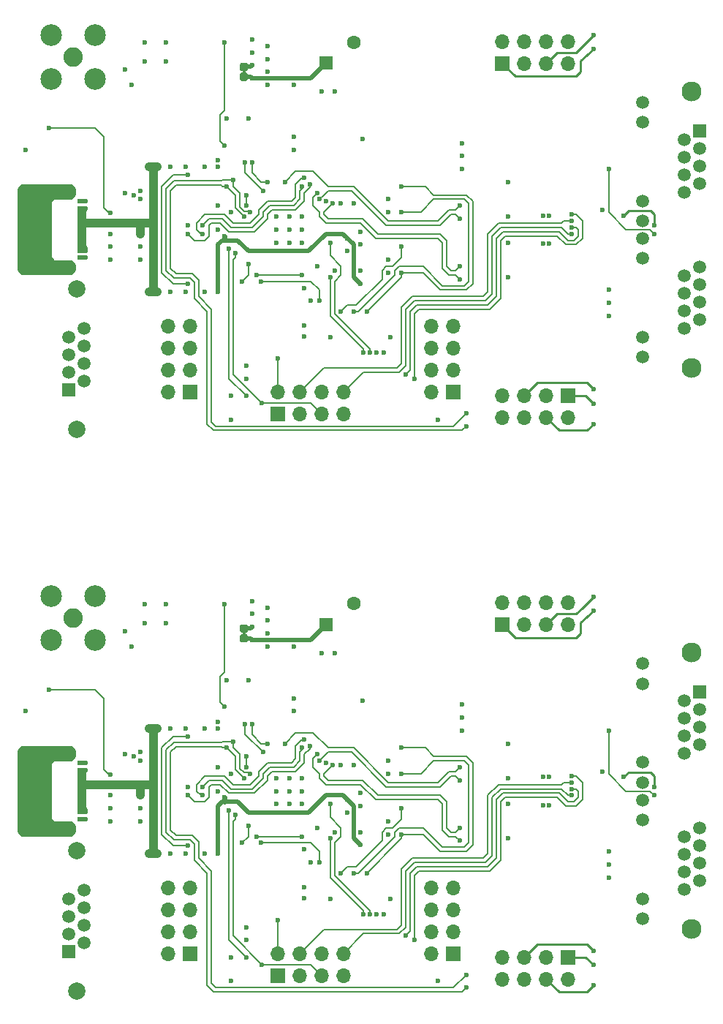
<source format=gbr>
G04 #@! TF.GenerationSoftware,KiCad,Pcbnew,5.1.5*
G04 #@! TF.CreationDate,2020-09-01T20:47:54+02:00*
G04 #@! TF.ProjectId,icE1usb-panel,69634531-7573-4622-9d70-616e656c2e6b,1.0*
G04 #@! TF.SameCoordinates,Original*
G04 #@! TF.FileFunction,Copper,L4,Bot*
G04 #@! TF.FilePolarity,Positive*
%FSLAX46Y46*%
G04 Gerber Fmt 4.6, Leading zero omitted, Abs format (unit mm)*
G04 Created by KiCad (PCBNEW 5.1.5) date 2020-09-01 20:47:54*
%MOMM*%
%LPD*%
G04 APERTURE LIST*
%ADD10C,0.300000*%
%ADD11R,1.500000X1.500000*%
%ADD12C,1.500000*%
%ADD13C,2.300000*%
%ADD14C,0.100000*%
%ADD15O,1.600000X1.000000*%
%ADD16O,2.100000X1.000000*%
%ADD17C,2.000000*%
%ADD18R,1.700000X1.700000*%
%ADD19O,1.700000X1.700000*%
%ADD20C,2.500000*%
%ADD21C,2.250000*%
%ADD22R,1.600000X1.600000*%
%ADD23C,1.600000*%
%ADD24C,0.600000*%
%ADD25C,0.500000*%
%ADD26C,0.250000*%
%ADD27C,0.200000*%
%ADD28C,0.600000*%
%ADD29C,1.000000*%
G04 APERTURE END LIST*
D10*
X-16250000Y-46550000D02*
X-16250000Y-46950000D01*
X-16250000Y18450000D02*
X-16250000Y18050000D01*
D11*
X36500000Y-53565000D03*
D12*
X36500000Y-55597000D03*
X36500000Y-57629000D03*
X36500000Y-59661000D03*
X34720000Y-54581000D03*
X34720000Y-56613000D03*
X34720000Y-58645000D03*
X34720000Y-60677000D03*
D13*
X35610000Y-80995000D03*
X35610000Y-48995000D03*
D12*
X29900000Y-50265000D03*
X29900000Y-52555000D03*
X29900000Y-61695000D03*
X29900000Y-63985000D03*
X29900000Y-68305000D03*
X29900000Y-77445000D03*
X29900000Y-79735000D03*
X29900000Y-66015000D03*
X36500000Y-71347000D03*
X34720000Y-70331000D03*
X36500000Y-69315000D03*
X34720000Y-76427000D03*
X34720000Y-72363000D03*
X36500000Y-73379000D03*
X34720000Y-74395000D03*
X36500000Y-75411000D03*
G04 #@! TA.AperFunction,SMDPad,CuDef*
D14*
G36*
X-16002946Y-45701083D02*
G01*
X-15981105Y-45704323D01*
X-15959686Y-45709688D01*
X-15938896Y-45717127D01*
X-15918936Y-45726568D01*
X-15899997Y-45737919D01*
X-15882262Y-45751073D01*
X-15865901Y-45765901D01*
X-15851073Y-45782262D01*
X-15837919Y-45799997D01*
X-15826568Y-45818936D01*
X-15817127Y-45838896D01*
X-15809688Y-45859686D01*
X-15804323Y-45881105D01*
X-15801083Y-45902946D01*
X-15800000Y-45925000D01*
X-15800000Y-46425000D01*
X-15801083Y-46447054D01*
X-15804323Y-46468895D01*
X-15809688Y-46490314D01*
X-15817127Y-46511104D01*
X-15826568Y-46531064D01*
X-15837919Y-46550003D01*
X-15851073Y-46567738D01*
X-15865901Y-46584099D01*
X-15882262Y-46598927D01*
X-15899997Y-46612081D01*
X-15918936Y-46623432D01*
X-15938896Y-46632873D01*
X-15959686Y-46640312D01*
X-15981105Y-46645677D01*
X-16002946Y-46648917D01*
X-16025000Y-46650000D01*
X-16475000Y-46650000D01*
X-16497054Y-46648917D01*
X-16518895Y-46645677D01*
X-16540314Y-46640312D01*
X-16561104Y-46632873D01*
X-16581064Y-46623432D01*
X-16600003Y-46612081D01*
X-16617738Y-46598927D01*
X-16634099Y-46584099D01*
X-16648927Y-46567738D01*
X-16662081Y-46550003D01*
X-16673432Y-46531064D01*
X-16682873Y-46511104D01*
X-16690312Y-46490314D01*
X-16695677Y-46468895D01*
X-16698917Y-46447054D01*
X-16700000Y-46425000D01*
X-16700000Y-45925000D01*
X-16698917Y-45902946D01*
X-16695677Y-45881105D01*
X-16690312Y-45859686D01*
X-16682873Y-45838896D01*
X-16673432Y-45818936D01*
X-16662081Y-45799997D01*
X-16648927Y-45782262D01*
X-16634099Y-45765901D01*
X-16617738Y-45751073D01*
X-16600003Y-45737919D01*
X-16581064Y-45726568D01*
X-16561104Y-45717127D01*
X-16540314Y-45709688D01*
X-16518895Y-45704323D01*
X-16497054Y-45701083D01*
X-16475000Y-45700000D01*
X-16025000Y-45700000D01*
X-16002946Y-45701083D01*
G37*
G04 #@! TD.AperFunction*
G04 #@! TA.AperFunction,SMDPad,CuDef*
G36*
X-16002946Y-46851083D02*
G01*
X-15981105Y-46854323D01*
X-15959686Y-46859688D01*
X-15938896Y-46867127D01*
X-15918936Y-46876568D01*
X-15899997Y-46887919D01*
X-15882262Y-46901073D01*
X-15865901Y-46915901D01*
X-15851073Y-46932262D01*
X-15837919Y-46949997D01*
X-15826568Y-46968936D01*
X-15817127Y-46988896D01*
X-15809688Y-47009686D01*
X-15804323Y-47031105D01*
X-15801083Y-47052946D01*
X-15800000Y-47075000D01*
X-15800000Y-47575000D01*
X-15801083Y-47597054D01*
X-15804323Y-47618895D01*
X-15809688Y-47640314D01*
X-15817127Y-47661104D01*
X-15826568Y-47681064D01*
X-15837919Y-47700003D01*
X-15851073Y-47717738D01*
X-15865901Y-47734099D01*
X-15882262Y-47748927D01*
X-15899997Y-47762081D01*
X-15918936Y-47773432D01*
X-15938896Y-47782873D01*
X-15959686Y-47790312D01*
X-15981105Y-47795677D01*
X-16002946Y-47798917D01*
X-16025000Y-47800000D01*
X-16475000Y-47800000D01*
X-16497054Y-47798917D01*
X-16518895Y-47795677D01*
X-16540314Y-47790312D01*
X-16561104Y-47782873D01*
X-16581064Y-47773432D01*
X-16600003Y-47762081D01*
X-16617738Y-47748927D01*
X-16634099Y-47734099D01*
X-16648927Y-47717738D01*
X-16662081Y-47700003D01*
X-16673432Y-47681064D01*
X-16682873Y-47661104D01*
X-16690312Y-47640314D01*
X-16695677Y-47618895D01*
X-16698917Y-47597054D01*
X-16700000Y-47575000D01*
X-16700000Y-47075000D01*
X-16698917Y-47052946D01*
X-16695677Y-47031105D01*
X-16690312Y-47009686D01*
X-16682873Y-46988896D01*
X-16673432Y-46968936D01*
X-16662081Y-46949997D01*
X-16648927Y-46932262D01*
X-16634099Y-46915901D01*
X-16617738Y-46901073D01*
X-16600003Y-46887919D01*
X-16581064Y-46876568D01*
X-16561104Y-46867127D01*
X-16540314Y-46859688D01*
X-16518895Y-46854323D01*
X-16497054Y-46851083D01*
X-16475000Y-46850000D01*
X-16025000Y-46850000D01*
X-16002946Y-46851083D01*
G37*
G04 #@! TD.AperFunction*
D15*
X-41400000Y-69320000D03*
X-41400000Y-60680000D03*
D16*
X-37220000Y-60680000D03*
X-37220000Y-69320000D03*
D11*
X-36500000Y-83570000D03*
D12*
X-36500000Y-81530000D03*
X-36500000Y-79490000D03*
X-36500000Y-77450000D03*
X-34720000Y-82550000D03*
X-34720000Y-80510000D03*
X-34720000Y-78470000D03*
X-34720000Y-76430000D03*
D17*
X-35610000Y-71880000D03*
X-35610000Y-88140000D03*
D18*
X-12320000Y-86350000D03*
D19*
X-12320000Y-83810000D03*
X-9780000Y-86350000D03*
X-9780000Y-83810000D03*
X-7240000Y-86350000D03*
X-7240000Y-83810000D03*
X-4700000Y-86350000D03*
X-4700000Y-83810000D03*
D18*
X13690000Y-45770000D03*
D19*
X13690000Y-43230000D03*
X16230000Y-45770000D03*
X16230000Y-43230000D03*
X18770000Y-45770000D03*
X18770000Y-43230000D03*
X21310000Y-45770000D03*
X21310000Y-43230000D03*
D18*
X21310000Y-84230000D03*
D19*
X21310000Y-86770000D03*
X18770000Y-84230000D03*
X18770000Y-86770000D03*
X16230000Y-84230000D03*
X16230000Y-86770000D03*
X13690000Y-84230000D03*
X13690000Y-86770000D03*
D20*
X-33460000Y-47540000D03*
X-38540000Y-47540000D03*
X-38540000Y-42460000D03*
X-33460000Y-42460000D03*
D21*
X-36000000Y-45000000D03*
D18*
X8000000Y-83810000D03*
D19*
X5460000Y-83810000D03*
X8000000Y-81270000D03*
X5460000Y-81270000D03*
X8000000Y-78730000D03*
X5460000Y-78730000D03*
X8000000Y-76190000D03*
X5460000Y-76190000D03*
D22*
X-6750000Y-45750000D03*
D23*
X-3500000Y-43300000D03*
D18*
X-22480000Y-83810000D03*
D19*
X-25020000Y-83810000D03*
X-22480000Y-81270000D03*
X-25020000Y-81270000D03*
X-22480000Y-78730000D03*
X-25020000Y-78730000D03*
X-22480000Y-76190000D03*
X-25020000Y-76190000D03*
D12*
X36500000Y-10411000D03*
X34720000Y-9395000D03*
X36500000Y-8379000D03*
X34720000Y-7363000D03*
X34720000Y-11427000D03*
X36500000Y-4315000D03*
X34720000Y-5331000D03*
X36500000Y-6347000D03*
X29900000Y-1015000D03*
X29900000Y-14735000D03*
X29900000Y-12445000D03*
X29900000Y-3305000D03*
X29900000Y1015000D03*
X29900000Y3305000D03*
X29900000Y12445000D03*
X29900000Y14735000D03*
D13*
X35610000Y16005000D03*
X35610000Y-15995000D03*
D12*
X34720000Y4323000D03*
X34720000Y6355000D03*
X34720000Y8387000D03*
X34720000Y10419000D03*
X36500000Y5339000D03*
X36500000Y7371000D03*
X36500000Y9403000D03*
D11*
X36500000Y11435000D03*
G04 #@! TA.AperFunction,SMDPad,CuDef*
D14*
G36*
X-16002946Y18148917D02*
G01*
X-15981105Y18145677D01*
X-15959686Y18140312D01*
X-15938896Y18132873D01*
X-15918936Y18123432D01*
X-15899997Y18112081D01*
X-15882262Y18098927D01*
X-15865901Y18084099D01*
X-15851073Y18067738D01*
X-15837919Y18050003D01*
X-15826568Y18031064D01*
X-15817127Y18011104D01*
X-15809688Y17990314D01*
X-15804323Y17968895D01*
X-15801083Y17947054D01*
X-15800000Y17925000D01*
X-15800000Y17425000D01*
X-15801083Y17402946D01*
X-15804323Y17381105D01*
X-15809688Y17359686D01*
X-15817127Y17338896D01*
X-15826568Y17318936D01*
X-15837919Y17299997D01*
X-15851073Y17282262D01*
X-15865901Y17265901D01*
X-15882262Y17251073D01*
X-15899997Y17237919D01*
X-15918936Y17226568D01*
X-15938896Y17217127D01*
X-15959686Y17209688D01*
X-15981105Y17204323D01*
X-16002946Y17201083D01*
X-16025000Y17200000D01*
X-16475000Y17200000D01*
X-16497054Y17201083D01*
X-16518895Y17204323D01*
X-16540314Y17209688D01*
X-16561104Y17217127D01*
X-16581064Y17226568D01*
X-16600003Y17237919D01*
X-16617738Y17251073D01*
X-16634099Y17265901D01*
X-16648927Y17282262D01*
X-16662081Y17299997D01*
X-16673432Y17318936D01*
X-16682873Y17338896D01*
X-16690312Y17359686D01*
X-16695677Y17381105D01*
X-16698917Y17402946D01*
X-16700000Y17425000D01*
X-16700000Y17925000D01*
X-16698917Y17947054D01*
X-16695677Y17968895D01*
X-16690312Y17990314D01*
X-16682873Y18011104D01*
X-16673432Y18031064D01*
X-16662081Y18050003D01*
X-16648927Y18067738D01*
X-16634099Y18084099D01*
X-16617738Y18098927D01*
X-16600003Y18112081D01*
X-16581064Y18123432D01*
X-16561104Y18132873D01*
X-16540314Y18140312D01*
X-16518895Y18145677D01*
X-16497054Y18148917D01*
X-16475000Y18150000D01*
X-16025000Y18150000D01*
X-16002946Y18148917D01*
G37*
G04 #@! TD.AperFunction*
G04 #@! TA.AperFunction,SMDPad,CuDef*
G36*
X-16002946Y19298917D02*
G01*
X-15981105Y19295677D01*
X-15959686Y19290312D01*
X-15938896Y19282873D01*
X-15918936Y19273432D01*
X-15899997Y19262081D01*
X-15882262Y19248927D01*
X-15865901Y19234099D01*
X-15851073Y19217738D01*
X-15837919Y19200003D01*
X-15826568Y19181064D01*
X-15817127Y19161104D01*
X-15809688Y19140314D01*
X-15804323Y19118895D01*
X-15801083Y19097054D01*
X-15800000Y19075000D01*
X-15800000Y18575000D01*
X-15801083Y18552946D01*
X-15804323Y18531105D01*
X-15809688Y18509686D01*
X-15817127Y18488896D01*
X-15826568Y18468936D01*
X-15837919Y18449997D01*
X-15851073Y18432262D01*
X-15865901Y18415901D01*
X-15882262Y18401073D01*
X-15899997Y18387919D01*
X-15918936Y18376568D01*
X-15938896Y18367127D01*
X-15959686Y18359688D01*
X-15981105Y18354323D01*
X-16002946Y18351083D01*
X-16025000Y18350000D01*
X-16475000Y18350000D01*
X-16497054Y18351083D01*
X-16518895Y18354323D01*
X-16540314Y18359688D01*
X-16561104Y18367127D01*
X-16581064Y18376568D01*
X-16600003Y18387919D01*
X-16617738Y18401073D01*
X-16634099Y18415901D01*
X-16648927Y18432262D01*
X-16662081Y18449997D01*
X-16673432Y18468936D01*
X-16682873Y18488896D01*
X-16690312Y18509686D01*
X-16695677Y18531105D01*
X-16698917Y18552946D01*
X-16700000Y18575000D01*
X-16700000Y19075000D01*
X-16698917Y19097054D01*
X-16695677Y19118895D01*
X-16690312Y19140314D01*
X-16682873Y19161104D01*
X-16673432Y19181064D01*
X-16662081Y19200003D01*
X-16648927Y19217738D01*
X-16634099Y19234099D01*
X-16617738Y19248927D01*
X-16600003Y19262081D01*
X-16581064Y19273432D01*
X-16561104Y19282873D01*
X-16540314Y19290312D01*
X-16518895Y19295677D01*
X-16497054Y19298917D01*
X-16475000Y19300000D01*
X-16025000Y19300000D01*
X-16002946Y19298917D01*
G37*
G04 #@! TD.AperFunction*
D23*
X-3500000Y21700000D03*
D22*
X-6750000Y19250000D03*
D19*
X5460000Y-11190000D03*
X8000000Y-11190000D03*
X5460000Y-13730000D03*
X8000000Y-13730000D03*
X5460000Y-16270000D03*
X8000000Y-16270000D03*
X5460000Y-18810000D03*
D18*
X8000000Y-18810000D03*
D19*
X-25020000Y-11190000D03*
X-22480000Y-11190000D03*
X-25020000Y-13730000D03*
X-22480000Y-13730000D03*
X-25020000Y-16270000D03*
X-22480000Y-16270000D03*
X-25020000Y-18810000D03*
D18*
X-22480000Y-18810000D03*
D21*
X-36000000Y20000000D03*
D20*
X-33460000Y22540000D03*
X-38540000Y22540000D03*
X-38540000Y17460000D03*
X-33460000Y17460000D03*
D19*
X13690000Y-21770000D03*
X13690000Y-19230000D03*
X16230000Y-21770000D03*
X16230000Y-19230000D03*
X18770000Y-21770000D03*
X18770000Y-19230000D03*
X21310000Y-21770000D03*
D18*
X21310000Y-19230000D03*
D19*
X21310000Y21770000D03*
X21310000Y19230000D03*
X18770000Y21770000D03*
X18770000Y19230000D03*
X16230000Y21770000D03*
X16230000Y19230000D03*
X13690000Y21770000D03*
D18*
X13690000Y19230000D03*
D19*
X-4700000Y-18810000D03*
X-4700000Y-21350000D03*
X-7240000Y-18810000D03*
X-7240000Y-21350000D03*
X-9780000Y-18810000D03*
X-9780000Y-21350000D03*
X-12320000Y-18810000D03*
D18*
X-12320000Y-21350000D03*
D17*
X-35610000Y-23140000D03*
X-35610000Y-6880000D03*
D12*
X-34720000Y-11430000D03*
X-34720000Y-13470000D03*
X-34720000Y-15510000D03*
X-34720000Y-17550000D03*
X-36500000Y-12450000D03*
X-36500000Y-14490000D03*
X-36500000Y-16530000D03*
D11*
X-36500000Y-18570000D03*
D16*
X-37220000Y-4320000D03*
X-37220000Y4320000D03*
D15*
X-41400000Y4320000D03*
X-41400000Y-4320000D03*
D24*
X-16000000Y-17250000D03*
X-17750000Y-22000000D03*
X-41500000Y9250000D03*
X-24750000Y7250000D03*
X-23000000Y7250000D03*
X-20750000Y7250000D03*
X-24750000Y-7250000D03*
X-23000000Y-7250000D03*
X-20750000Y-7250000D03*
X-12500000Y-1500000D03*
X-9500000Y-1500000D03*
X-9500000Y1500000D03*
X-12500000Y1500000D03*
X-9500000Y0D03*
X-11000000Y1500000D03*
X-11000000Y-1500000D03*
X-12500000Y0D03*
X-11000000Y0D03*
X-13500000Y16750000D03*
X-13500000Y19750000D03*
X-13500000Y21250000D03*
X-13500000Y18250000D03*
X-15750000Y12850000D03*
X-18250000Y12850000D03*
X-27750000Y19450000D03*
X-27750000Y21650000D03*
X-25250000Y21650000D03*
X-25250000Y19450000D03*
X-30000000Y18500000D03*
X-29250000Y16750000D03*
X-2500000Y10500000D03*
X-5750000Y16000000D03*
X-10500000Y10750000D03*
X-10500000Y9250000D03*
X-6250000Y-12500000D03*
X-850000Y-14250000D03*
X750000Y-12500000D03*
X-3500000Y3000000D03*
X-2750000Y-250000D03*
X-2750000Y-1750000D03*
X-19250000Y2750000D03*
X-19250000Y0D03*
X500000Y3500000D03*
X500000Y2000000D03*
X500000Y-5000000D03*
X500000Y-3500000D03*
X-34625000Y3250000D03*
X-34625000Y-3250000D03*
X-28250000Y3500000D03*
X-31750000Y-500000D03*
X-31750000Y-2000000D03*
X-31750000Y-3500000D03*
X31250000Y500000D03*
X19125000Y1625000D03*
X9000000Y8500000D03*
X9000000Y10000000D03*
X26000000Y-10000000D03*
X26000000Y-8500000D03*
X14325000Y1500000D03*
X14325000Y-5500000D03*
X18375000Y1625000D03*
X27750000Y1625000D03*
X25250000Y2275000D03*
X-35250000Y-3250000D03*
X-35250000Y3250000D03*
X-30000000Y4250000D03*
X-8500000Y-8250000D03*
X-2750000Y-4750000D03*
X-9250000Y-11095000D03*
X-16000000Y-82250000D03*
X-17750000Y-87000000D03*
X-41500000Y-55750000D03*
X-24750000Y-57750000D03*
X-23000000Y-57750000D03*
X-20750000Y-57750000D03*
X-24750000Y-72250000D03*
X-23000000Y-72250000D03*
X-20750000Y-72250000D03*
X-12500000Y-66500000D03*
X-9500000Y-66500000D03*
X-9500000Y-63500000D03*
X-12500000Y-63500000D03*
X-9500000Y-65000000D03*
X-11000000Y-63500000D03*
X-11000000Y-66500000D03*
X-12500000Y-65000000D03*
X-11000000Y-65000000D03*
X-13500000Y-48250000D03*
X-13500000Y-45250000D03*
X-13500000Y-43750000D03*
X-13500000Y-46750000D03*
X-15750000Y-52150000D03*
X-18250000Y-52150000D03*
X-27750000Y-45550000D03*
X-27750000Y-43350000D03*
X-25250000Y-43350000D03*
X-25250000Y-45550000D03*
X-30000000Y-46500000D03*
X-29250000Y-48250000D03*
X-2500000Y-54500000D03*
X-5750000Y-49000000D03*
X-10500000Y-54250000D03*
X-10500000Y-55750000D03*
X-6250000Y-77500000D03*
X-850000Y-79250000D03*
X750000Y-77500000D03*
X-3500000Y-62000000D03*
X-2750000Y-65250000D03*
X-2750000Y-66750000D03*
X-19250000Y-62250000D03*
X-19250000Y-65000000D03*
X500000Y-61500000D03*
X500000Y-63000000D03*
X500000Y-70000000D03*
X500000Y-68500000D03*
X-34625000Y-61750000D03*
X-34625000Y-68250000D03*
X-28250000Y-61500000D03*
X-31750000Y-65500000D03*
X-31750000Y-67000000D03*
X-31750000Y-68500000D03*
X31250000Y-64500000D03*
X19125000Y-63375000D03*
X9000000Y-56500000D03*
X9000000Y-55000000D03*
X26000000Y-75000000D03*
X26000000Y-73500000D03*
X14325000Y-63500000D03*
X14325000Y-70500000D03*
X18375000Y-63375000D03*
X27750000Y-63375000D03*
X25250000Y-62725000D03*
X-35250000Y-68250000D03*
X-35250000Y-61750000D03*
X-30000000Y-60750000D03*
X-8500000Y-73250000D03*
X-2750000Y-69750000D03*
X-9250000Y-76095000D03*
X-21000000Y-500000D03*
X-9250000Y6000000D03*
X-21000000Y-65500000D03*
X-9250000Y-59000000D03*
X-22750000Y-500000D03*
X-8625000Y5250000D03*
X-22750000Y-65500000D03*
X-8625000Y-59750000D03*
X-9500000Y5000000D03*
X-21000000Y500000D03*
X-9500000Y-60000000D03*
X-21000000Y-64500000D03*
X-9250000Y-6750000D03*
X-16000000Y-15750000D03*
X-9250000Y-12365000D03*
X-17750000Y-19250000D03*
X-19250000Y7250000D03*
X-19250000Y8000000D03*
X-10500000Y16750000D03*
X-15250000Y22000000D03*
X-15250000Y20500000D03*
X-15250000Y19000000D03*
X6200000Y-22000000D03*
X-7250000Y16000000D03*
X-50000Y-14250000D03*
X-5000000Y3000000D03*
X-17750000Y2000000D03*
X-7750000Y-4250000D03*
X-7750000Y-4250000D03*
X-7750000Y-4250000D03*
X-7750000Y-4250000D03*
X9000000Y7000000D03*
X26000000Y-7000000D03*
X18375000Y-1625000D03*
X19125000Y-1625000D03*
X-22750000Y500000D03*
X14325000Y5500000D03*
X14325000Y-1500000D03*
X-9250000Y-71750000D03*
X-16000000Y-80750000D03*
X-9250000Y-77365000D03*
X-17750000Y-84250000D03*
X-19250000Y-57750000D03*
X-19250000Y-57000000D03*
X-10500000Y-48250000D03*
X-15250000Y-43000000D03*
X-15250000Y-44500000D03*
X-15250000Y-46000000D03*
X6200000Y-87000000D03*
X-7250000Y-49000000D03*
X-50000Y-79250000D03*
X-5000000Y-62000000D03*
X-17750000Y-63000000D03*
X-7750000Y-69250000D03*
X-7750000Y-69250000D03*
X-7750000Y-69250000D03*
X-7750000Y-69250000D03*
X9000000Y-58000000D03*
X26000000Y-72000000D03*
X18375000Y-66625000D03*
X19125000Y-66625000D03*
X-22750000Y-64500000D03*
X14325000Y-59500000D03*
X14325000Y-66500000D03*
X-4250000Y-2500000D03*
X-5750000Y-4750000D03*
X-4250000Y-67500000D03*
X-5750000Y-69750000D03*
X-22750000Y6300000D03*
X-19250000Y-6500000D03*
X-19250000Y-7250000D03*
X-4250000Y-1000000D03*
X-18500000Y-750000D03*
X-2750000Y-6250000D03*
X-22750000Y-6300000D03*
X-22750000Y-58700000D03*
X-19250000Y-71500000D03*
X-19250000Y-72250000D03*
X-4250000Y-66000000D03*
X-18500000Y-65750000D03*
X-2750000Y-71250000D03*
X-22750000Y-71300000D03*
X-26250000Y7250000D03*
X-26250000Y-7250000D03*
X-34625000Y2450000D03*
X-34625000Y-2450000D03*
X-28250000Y-500000D03*
X-35250000Y-2450000D03*
X-35250000Y2450000D03*
X-27250000Y7250000D03*
X-27250000Y-7250000D03*
X-26250000Y-57750000D03*
X-26250000Y-72250000D03*
X-34625000Y-62550000D03*
X-34625000Y-67450000D03*
X-28250000Y-65500000D03*
X-35250000Y-67450000D03*
X-35250000Y-62550000D03*
X-27250000Y-57750000D03*
X-27250000Y-72250000D03*
X24250000Y22500000D03*
X24250000Y-42500000D03*
X24250000Y20875000D03*
X24250000Y-44125000D03*
X24250000Y-18500000D03*
X24250000Y-83500000D03*
X24250000Y-20125000D03*
X24250000Y-85125000D03*
X24250000Y-22500000D03*
X24250000Y-87500000D03*
X21750000Y-500000D03*
X21750000Y-65500000D03*
X-14170000Y-20080000D03*
X-17250000Y-2750000D03*
X-14170000Y-85080000D03*
X-17250000Y-67750000D03*
X-16000000Y-19250000D03*
X3500000Y-17250000D03*
X-18000000Y-2250000D03*
X21750000Y1750000D03*
X-16000000Y-84250000D03*
X3500000Y-82250000D03*
X-18000000Y-67250000D03*
X21750000Y-63250000D03*
X-12320000Y-14905000D03*
X-12320000Y-79905000D03*
X26000000Y7000000D03*
X31250000Y-500000D03*
X26000000Y-58000000D03*
X31250000Y-65500000D03*
X21750000Y1000000D03*
X21750000Y-64000000D03*
X-31750000Y1900000D03*
X-38850000Y11750000D03*
X-31750000Y-63100000D03*
X-38850000Y-53250000D03*
X-2000000Y-9500000D03*
X2000000Y5000000D03*
X2000000Y-5000000D03*
X-2000000Y-74500000D03*
X2000000Y-60000000D03*
X2000000Y-70000000D03*
X-3500000Y-9500000D03*
X2000000Y2000000D03*
X-3500000Y-74500000D03*
X2000000Y-63000000D03*
X-5000000Y-9500000D03*
X2000000Y-2000000D03*
X-5000000Y-74500000D03*
X2000000Y-67000000D03*
X9500000Y-21250000D03*
X-18250000Y5000000D03*
X-16250000Y1500000D03*
X9500000Y-86250000D03*
X-18250000Y-60000000D03*
X-16250000Y-63500000D03*
X9500000Y-22750000D03*
X-17500000Y5750000D03*
X-15500000Y2000000D03*
X9500000Y-87750000D03*
X-17500000Y-59250000D03*
X-15500000Y-63000000D03*
X-14250000Y-6000000D03*
X-7500000Y-8250000D03*
X-14250000Y-71000000D03*
X-7500000Y-73250000D03*
X8750000Y2750000D03*
X-11500000Y5500000D03*
X8750000Y-62250000D03*
X-11500000Y-59500000D03*
X-7500000Y3500000D03*
X8750000Y1250000D03*
X-7500000Y-61500000D03*
X8750000Y-63750000D03*
X-6000000Y3000000D03*
X8750000Y-4250000D03*
X-6000000Y-62000000D03*
X8750000Y-69250000D03*
X-7750000Y4250000D03*
X8750000Y-5750000D03*
X-7750000Y-60750000D03*
X8750000Y-70750000D03*
X-18500000Y21650000D03*
X-18500000Y9750000D03*
X-18500000Y-43350000D03*
X-18500000Y-55250000D03*
X-16000000Y4000000D03*
X-16000000Y4000000D03*
X-16000000Y2750000D03*
X-16000000Y-61000000D03*
X-16000000Y-61000000D03*
X-16000000Y-62250000D03*
X-15300000Y7750000D03*
X-13500000Y5500000D03*
X-15300000Y-57250000D03*
X-13500000Y-59500000D03*
X-16100000Y7750000D03*
X-14000000Y4500000D03*
X-16100000Y-57250000D03*
X-14000000Y-60500000D03*
X-15750000Y-4000000D03*
X-16500000Y-6000000D03*
X-15750000Y-69000000D03*
X-16500000Y-71000000D03*
X-28250000Y-3500000D03*
X-29000000Y4000000D03*
X-14750000Y-5250000D03*
X-9500000Y-5250000D03*
X-28250000Y-68500000D03*
X-29000000Y-61000000D03*
X-14750000Y-70250000D03*
X-9500000Y-70250000D03*
X-28250000Y-2000000D03*
X-28250000Y4500000D03*
X-28250000Y-67000000D03*
X-28250000Y-60500000D03*
X2500000Y-16750000D03*
X21750000Y250000D03*
X2500000Y-81750000D03*
X21750000Y-64750000D03*
X-15250000Y17500000D03*
X-15250000Y-47500000D03*
X-2450000Y-14250000D03*
X-6250000Y-5500000D03*
X-6750000Y3250000D03*
X-2450000Y-79250000D03*
X-6250000Y-70500000D03*
X-6750000Y-61750000D03*
X-1650000Y-14250000D03*
X-6250000Y-1500000D03*
X-1650000Y-79250000D03*
X-6250000Y-66500000D03*
D25*
X-35250000Y3250000D02*
X-34625000Y3250000D01*
X-35250000Y-3250000D02*
X-34625000Y-3250000D01*
D26*
X31250000Y1000000D02*
X31250000Y500000D01*
X31250000Y1750000D02*
X31250000Y1000000D01*
X30840000Y2160000D02*
X31250000Y1750000D01*
X27750000Y1625000D02*
X28285000Y2160000D01*
X28285000Y2160000D02*
X30840000Y2160000D01*
D25*
X-35250000Y-61750000D02*
X-34625000Y-61750000D01*
X-35250000Y-68250000D02*
X-34625000Y-68250000D01*
D26*
X31250000Y-64000000D02*
X31250000Y-64500000D01*
X31250000Y-63250000D02*
X31250000Y-64000000D01*
X30840000Y-62840000D02*
X31250000Y-63250000D01*
X27750000Y-63375000D02*
X28285000Y-62840000D01*
X28285000Y-62840000D02*
X30840000Y-62840000D01*
D27*
X-20750000Y1750000D02*
X-21750000Y750000D01*
X-21750000Y750000D02*
X-21750000Y0D01*
X-21250000Y-500000D02*
X-21000000Y-500000D01*
X-21750000Y0D02*
X-21250000Y-500000D01*
X-17500000Y750000D02*
X-18500000Y1750000D01*
X-15500000Y750000D02*
X-17500000Y750000D01*
X-14500000Y2250000D02*
X-14500000Y1750000D01*
X-14500000Y1750000D02*
X-15500000Y750000D01*
X-13500000Y3250000D02*
X-14500000Y2250000D01*
X-10250000Y5250000D02*
X-10250000Y3750000D01*
X-10250000Y3750000D02*
X-10750000Y3250000D01*
X-9500000Y6000000D02*
X-10250000Y5250000D01*
X-9250000Y6000000D02*
X-9500000Y6000000D01*
X-10750000Y3250000D02*
X-13500000Y3250000D01*
X-20750000Y1750000D02*
X-18500000Y1750000D01*
X-20750000Y-63250000D02*
X-21750000Y-64250000D01*
X-21750000Y-64250000D02*
X-21750000Y-65000000D01*
X-21250000Y-65500000D02*
X-21000000Y-65500000D01*
X-21750000Y-65000000D02*
X-21250000Y-65500000D01*
X-17500000Y-64250000D02*
X-18500000Y-63250000D01*
X-15500000Y-64250000D02*
X-17500000Y-64250000D01*
X-14500000Y-62750000D02*
X-14500000Y-63250000D01*
X-14500000Y-63250000D02*
X-15500000Y-64250000D01*
X-13500000Y-61750000D02*
X-14500000Y-62750000D01*
X-10250000Y-59750000D02*
X-10250000Y-61250000D01*
X-10250000Y-61250000D02*
X-10750000Y-61750000D01*
X-9500000Y-59000000D02*
X-10250000Y-59750000D01*
X-9250000Y-59000000D02*
X-9500000Y-59000000D01*
X-10750000Y-61750000D02*
X-13500000Y-61750000D01*
X-20750000Y-63250000D02*
X-18500000Y-63250000D01*
X-22750000Y-500000D02*
X-22000000Y-1250000D01*
X-20000000Y750000D02*
X-20250000Y500000D01*
X-20250000Y500000D02*
X-20250000Y-750000D01*
X-20250000Y-750000D02*
X-20750000Y-1250000D01*
X-20750000Y-1250000D02*
X-22000000Y-1250000D01*
X-18000000Y-250000D02*
X-19000000Y750000D01*
X-13500000Y1750000D02*
X-13500000Y1250000D01*
X-15000000Y-250000D02*
X-18000000Y-250000D01*
X-13500000Y1250000D02*
X-15000000Y-250000D01*
X-13000000Y2250000D02*
X-13500000Y1750000D01*
X-8625000Y4875000D02*
X-9250000Y4250000D01*
X-9250000Y4250000D02*
X-9250000Y3250000D01*
X-9250000Y3250000D02*
X-10250000Y2250000D01*
X-8625000Y5250000D02*
X-8625000Y4875000D01*
X-10250000Y2250000D02*
X-13000000Y2250000D01*
X-20000000Y750000D02*
X-19000000Y750000D01*
X-20000000Y-64250000D02*
X-19000000Y-64250000D01*
X-13500000Y-63250000D02*
X-13500000Y-63750000D01*
X-15000000Y-65250000D02*
X-18000000Y-65250000D01*
X-13500000Y-63750000D02*
X-15000000Y-65250000D01*
X-13000000Y-62750000D02*
X-13500000Y-63250000D01*
X-8625000Y-60125000D02*
X-9250000Y-60750000D01*
X-9250000Y-60750000D02*
X-9250000Y-61750000D01*
X-9250000Y-61750000D02*
X-10250000Y-62750000D01*
X-8625000Y-59750000D02*
X-8625000Y-60125000D01*
X-10250000Y-62750000D02*
X-13000000Y-62750000D01*
X-22750000Y-65500000D02*
X-22000000Y-66250000D01*
X-20000000Y-64250000D02*
X-20250000Y-64500000D01*
X-20250000Y-64500000D02*
X-20250000Y-65750000D01*
X-20250000Y-65750000D02*
X-20750000Y-66250000D01*
X-20750000Y-66250000D02*
X-22000000Y-66250000D01*
X-18000000Y-65250000D02*
X-19000000Y-64250000D01*
X-21000000Y500000D02*
X-20250000Y1250000D01*
X-9750000Y4500000D02*
X-9500000Y4750000D01*
X-9750000Y3500000D02*
X-9750000Y4500000D01*
X-10500000Y2750000D02*
X-9750000Y3500000D01*
X-9500000Y4750000D02*
X-9500000Y5000000D01*
X-13250000Y2750000D02*
X-10500000Y2750000D01*
X-14000000Y2000000D02*
X-13250000Y2750000D01*
X-18750000Y1250000D02*
X-17750000Y250000D01*
X-17750000Y250000D02*
X-15250000Y250000D01*
X-15250000Y250000D02*
X-14000000Y1500000D01*
X-14000000Y1500000D02*
X-14000000Y2000000D01*
X-20250000Y1250000D02*
X-18750000Y1250000D01*
X-21000000Y-64500000D02*
X-20250000Y-63750000D01*
X-9750000Y-60500000D02*
X-9500000Y-60250000D01*
X-9750000Y-61500000D02*
X-9750000Y-60500000D01*
X-10500000Y-62250000D02*
X-9750000Y-61500000D01*
X-9500000Y-60250000D02*
X-9500000Y-60000000D01*
X-13250000Y-62250000D02*
X-10500000Y-62250000D01*
X-14000000Y-63000000D02*
X-13250000Y-62250000D01*
X-18750000Y-63750000D02*
X-17750000Y-64750000D01*
X-17750000Y-64750000D02*
X-15250000Y-64750000D01*
X-15250000Y-64750000D02*
X-14000000Y-63500000D01*
X-14000000Y-63500000D02*
X-14000000Y-63000000D01*
X-20250000Y-63750000D02*
X-18750000Y-63750000D01*
D25*
X-15425000Y18825000D02*
X-15250000Y19000000D01*
X-16250000Y18825000D02*
X-15425000Y18825000D01*
X-15425000Y-46175000D02*
X-15250000Y-46000000D01*
X-16250000Y-46175000D02*
X-15425000Y-46175000D01*
X-19250000Y-7250000D02*
X-19250000Y-6500000D01*
D28*
X-18500000Y-750000D02*
X-18500000Y-1200000D01*
D27*
X-25750000Y5000000D02*
X-24450000Y6300000D01*
X-25750000Y-5000000D02*
X-25750000Y5000000D01*
X-22750000Y-6300000D02*
X-24450000Y-6300000D01*
X-24450000Y6300000D02*
X-22750000Y6300000D01*
X-24450000Y-6300000D02*
X-25750000Y-5000000D01*
D25*
X-19250000Y-1750000D02*
X-19250000Y-6500000D01*
X-18750000Y-1250000D02*
X-19250000Y-1750000D01*
X-17000000Y-1250000D02*
X-18750000Y-1250000D01*
X-15750000Y-2500000D02*
X-17000000Y-1250000D01*
X-3500000Y-5500000D02*
X-3500000Y-1750000D01*
X-8750000Y-2500000D02*
X-15750000Y-2500000D01*
X-2750000Y-6250000D02*
X-3500000Y-5500000D01*
X-3500000Y-1750000D02*
X-4750000Y-500000D01*
X-4750000Y-500000D02*
X-6750000Y-500000D01*
X-6750000Y-500000D02*
X-8750000Y-2500000D01*
X-19250000Y-72250000D02*
X-19250000Y-71500000D01*
D28*
X-18500000Y-65750000D02*
X-18500000Y-66200000D01*
D27*
X-25750000Y-60000000D02*
X-24450000Y-58700000D01*
X-25750000Y-70000000D02*
X-25750000Y-60000000D01*
X-22750000Y-71300000D02*
X-24450000Y-71300000D01*
X-24450000Y-58700000D02*
X-22750000Y-58700000D01*
X-24450000Y-71300000D02*
X-25750000Y-70000000D01*
D25*
X-19250000Y-66750000D02*
X-19250000Y-71500000D01*
X-18750000Y-66250000D02*
X-19250000Y-66750000D01*
X-17000000Y-66250000D02*
X-18750000Y-66250000D01*
X-15750000Y-67500000D02*
X-17000000Y-66250000D01*
X-3500000Y-70500000D02*
X-3500000Y-66750000D01*
X-8750000Y-67500000D02*
X-15750000Y-67500000D01*
X-2750000Y-71250000D02*
X-3500000Y-70500000D01*
X-3500000Y-66750000D02*
X-4750000Y-65500000D01*
X-4750000Y-65500000D02*
X-6750000Y-65500000D01*
X-6750000Y-65500000D02*
X-8750000Y-67500000D01*
D29*
X-35000000Y750000D02*
X-35000000Y-1750000D01*
X-35000000Y2000000D02*
X-35000000Y750000D01*
X-28250000Y-500000D02*
X-28250000Y750000D01*
D25*
X-34625000Y2450000D02*
X-35250000Y2450000D01*
X-35250000Y-2450000D02*
X-34625000Y-2450000D01*
X-35250000Y-2000000D02*
X-35000000Y-1750000D01*
X-35250000Y-2450000D02*
X-35250000Y-2000000D01*
X-34625000Y-2125000D02*
X-35000000Y-1750000D01*
X-34625000Y-2450000D02*
X-34625000Y-2125000D01*
X-34625000Y2375000D02*
X-35000000Y2000000D01*
X-34625000Y2450000D02*
X-34625000Y2375000D01*
X-35250000Y2250000D02*
X-35000000Y2000000D01*
X-35250000Y2450000D02*
X-35250000Y2250000D01*
D29*
X-26250000Y7250000D02*
X-27250000Y7250000D01*
X-26750000Y7250000D02*
X-26750000Y-7250000D01*
X-27250000Y-7250000D02*
X-26250000Y-7250000D01*
X-28250000Y750000D02*
X-26750000Y750000D01*
X-35000000Y750000D02*
X-28250000Y750000D01*
X-35000000Y-64250000D02*
X-35000000Y-66750000D01*
X-35000000Y-63000000D02*
X-35000000Y-64250000D01*
X-28250000Y-65500000D02*
X-28250000Y-64250000D01*
D25*
X-34625000Y-62550000D02*
X-35250000Y-62550000D01*
X-35250000Y-67450000D02*
X-34625000Y-67450000D01*
X-35250000Y-67000000D02*
X-35000000Y-66750000D01*
X-35250000Y-67450000D02*
X-35250000Y-67000000D01*
X-34625000Y-67125000D02*
X-35000000Y-66750000D01*
X-34625000Y-67450000D02*
X-34625000Y-67125000D01*
X-34625000Y-62625000D02*
X-35000000Y-63000000D01*
X-34625000Y-62550000D02*
X-34625000Y-62625000D01*
X-35250000Y-62750000D02*
X-35000000Y-63000000D01*
X-35250000Y-62550000D02*
X-35250000Y-62750000D01*
D29*
X-26250000Y-57750000D02*
X-27250000Y-57750000D01*
X-26750000Y-57750000D02*
X-26750000Y-72250000D01*
X-27250000Y-72250000D02*
X-26250000Y-72250000D01*
X-28250000Y-64250000D02*
X-26750000Y-64250000D01*
X-35000000Y-64250000D02*
X-28250000Y-64250000D01*
D26*
X18770000Y19230000D02*
X20040000Y20500000D01*
X20040000Y20500000D02*
X22250000Y20500000D01*
X22250000Y20500000D02*
X23000000Y21250000D01*
X23000000Y21250000D02*
X24250000Y22500000D01*
X18770000Y-45770000D02*
X20040000Y-44500000D01*
X20040000Y-44500000D02*
X22250000Y-44500000D01*
X22250000Y-44500000D02*
X23000000Y-43750000D01*
X23000000Y-43750000D02*
X24250000Y-42500000D01*
X22250000Y17750000D02*
X15170000Y17750000D01*
X15170000Y17750000D02*
X13690000Y19230000D01*
X22750000Y18250000D02*
X22250000Y17750000D01*
X24250000Y20875000D02*
X22750000Y19500000D01*
X22750000Y19500000D02*
X22750000Y18250000D01*
X22250000Y-47250000D02*
X15170000Y-47250000D01*
X15170000Y-47250000D02*
X13690000Y-45770000D01*
X22750000Y-46750000D02*
X22250000Y-47250000D01*
X24250000Y-44125000D02*
X22750000Y-45500000D01*
X22750000Y-45500000D02*
X22750000Y-46750000D01*
X23500000Y-17750000D02*
X24250000Y-18500000D01*
X17710000Y-17750000D02*
X23500000Y-17750000D01*
X16230000Y-19230000D02*
X17710000Y-17750000D01*
X23500000Y-82750000D02*
X24250000Y-83500000D01*
X17710000Y-82750000D02*
X23500000Y-82750000D01*
X16230000Y-84230000D02*
X17710000Y-82750000D01*
X23355000Y-19230000D02*
X24250000Y-20125000D01*
X21310000Y-19230000D02*
X23355000Y-19230000D01*
X23355000Y-84230000D02*
X24250000Y-85125000D01*
X21310000Y-84230000D02*
X23355000Y-84230000D01*
X24250000Y-22500000D02*
X23500000Y-23250000D01*
X20250000Y-23250000D02*
X23500000Y-23250000D01*
X18770000Y-21770000D02*
X20250000Y-23250000D01*
X24250000Y-87500000D02*
X23500000Y-88250000D01*
X20250000Y-88250000D02*
X23500000Y-88250000D01*
X18770000Y-86770000D02*
X20250000Y-88250000D01*
D27*
X21250000Y-500000D02*
X21750000Y-500000D01*
X2500000Y-9250000D02*
X3500000Y-8250000D01*
X1750000Y-16500000D02*
X2500000Y-15750000D01*
X12500000Y-750000D02*
X13500000Y250000D01*
X-4700000Y-18810000D02*
X-2390000Y-16500000D01*
X2500000Y-15750000D02*
X2500000Y-9250000D01*
X13500000Y250000D02*
X20500000Y250000D01*
X20500000Y250000D02*
X21250000Y-500000D01*
X-2390000Y-16500000D02*
X1750000Y-16500000D01*
X3500000Y-8250000D02*
X11750000Y-8250000D01*
X11750000Y-8250000D02*
X12500000Y-7500000D01*
X12500000Y-7500000D02*
X12500000Y-750000D01*
X21250000Y-65500000D02*
X21750000Y-65500000D01*
X2500000Y-74250000D02*
X3500000Y-73250000D01*
X1750000Y-81500000D02*
X2500000Y-80750000D01*
X12500000Y-65750000D02*
X13500000Y-64750000D01*
X-4700000Y-83810000D02*
X-2390000Y-81500000D01*
X2500000Y-80750000D02*
X2500000Y-74250000D01*
X13500000Y-64750000D02*
X20500000Y-64750000D01*
X20500000Y-64750000D02*
X21250000Y-65500000D01*
X-2390000Y-81500000D02*
X1750000Y-81500000D01*
X3500000Y-73250000D02*
X11750000Y-73250000D01*
X11750000Y-73250000D02*
X12500000Y-72500000D01*
X12500000Y-72500000D02*
X12500000Y-65750000D01*
X-17250000Y-3250000D02*
X-17250000Y-2750000D01*
X-8510000Y-20080000D02*
X-14170000Y-20080000D01*
X-17500000Y-3500000D02*
X-17250000Y-3250000D01*
X-7240000Y-21350000D02*
X-8510000Y-20080000D01*
X-14170000Y-20080000D02*
X-17500000Y-16750000D01*
X-17500000Y-16750000D02*
X-17500000Y-3500000D01*
X-17250000Y-68250000D02*
X-17250000Y-67750000D01*
X-8510000Y-85080000D02*
X-14170000Y-85080000D01*
X-17500000Y-68500000D02*
X-17250000Y-68250000D01*
X-7240000Y-86350000D02*
X-8510000Y-85080000D01*
X-14170000Y-85080000D02*
X-17500000Y-81750000D01*
X-17500000Y-81750000D02*
X-17500000Y-68500000D01*
X23000000Y1000000D02*
X22250000Y1750000D01*
X13500000Y-8000000D02*
X13500000Y-1250000D01*
X22250000Y1750000D02*
X21750000Y1750000D01*
X12250000Y-9250000D02*
X13500000Y-8000000D01*
X20000000Y-750000D02*
X21000000Y-1750000D01*
X3500000Y-17250000D02*
X3500000Y-9750000D01*
X3500000Y-9750000D02*
X4000000Y-9250000D01*
X13500000Y-1250000D02*
X14000000Y-750000D01*
X14000000Y-750000D02*
X20000000Y-750000D01*
X21000000Y-1750000D02*
X22250000Y-1750000D01*
X4000000Y-9250000D02*
X12250000Y-9250000D01*
X22250000Y-1750000D02*
X23000000Y-1000000D01*
X23000000Y-1000000D02*
X23000000Y1000000D01*
X-18000000Y-17250000D02*
X-16000000Y-19250000D01*
X-18000000Y-2250000D02*
X-18000000Y-17250000D01*
X23000000Y-64000000D02*
X22250000Y-63250000D01*
X13500000Y-73000000D02*
X13500000Y-66250000D01*
X22250000Y-63250000D02*
X21750000Y-63250000D01*
X12250000Y-74250000D02*
X13500000Y-73000000D01*
X20000000Y-65750000D02*
X21000000Y-66750000D01*
X3500000Y-82250000D02*
X3500000Y-74750000D01*
X3500000Y-74750000D02*
X4000000Y-74250000D01*
X13500000Y-66250000D02*
X14000000Y-65750000D01*
X14000000Y-65750000D02*
X20000000Y-65750000D01*
X21000000Y-66750000D02*
X22250000Y-66750000D01*
X4000000Y-74250000D02*
X12250000Y-74250000D01*
X22250000Y-66750000D02*
X23000000Y-66000000D01*
X23000000Y-66000000D02*
X23000000Y-64000000D01*
X-18000000Y-82250000D02*
X-16000000Y-84250000D01*
X-18000000Y-67250000D02*
X-18000000Y-82250000D01*
X-12320000Y-16680000D02*
X-12320000Y-14905000D01*
X-12320000Y-18810000D02*
X-12320000Y-16680000D01*
X-12320000Y-81680000D02*
X-12320000Y-79905000D01*
X-12320000Y-83810000D02*
X-12320000Y-81680000D01*
X31250000Y-500000D02*
X30750000Y0D01*
X26000000Y2000000D02*
X26000000Y7000000D01*
X30750000Y0D02*
X28000000Y0D01*
X28000000Y0D02*
X26000000Y2000000D01*
X31250000Y-65500000D02*
X30750000Y-65000000D01*
X26000000Y-63000000D02*
X26000000Y-58000000D01*
X30750000Y-65000000D02*
X28000000Y-65000000D01*
X28000000Y-65000000D02*
X26000000Y-63000000D01*
X21250000Y1000000D02*
X21750000Y1000000D01*
X20750000Y1000000D02*
X21250000Y1000000D01*
X2000000Y-9000000D02*
X3250000Y-7750000D01*
X13250000Y750000D02*
X20500000Y750000D01*
X12000000Y-500000D02*
X13250000Y750000D01*
X-9780000Y-18810000D02*
X-6970000Y-16000000D01*
X-6970000Y-16000000D02*
X1500000Y-16000000D01*
X3250000Y-7750000D02*
X11500000Y-7750000D01*
X11500000Y-7750000D02*
X12000000Y-7250000D01*
X12000000Y-7250000D02*
X12000000Y-500000D01*
X1500000Y-16000000D02*
X2000000Y-15500000D01*
X2000000Y-15500000D02*
X2000000Y-9000000D01*
X20500000Y750000D02*
X20750000Y1000000D01*
X21250000Y-64000000D02*
X21750000Y-64000000D01*
X20750000Y-64000000D02*
X21250000Y-64000000D01*
X2000000Y-74000000D02*
X3250000Y-72750000D01*
X13250000Y-64250000D02*
X20500000Y-64250000D01*
X12000000Y-65500000D02*
X13250000Y-64250000D01*
X-9780000Y-83810000D02*
X-6970000Y-81000000D01*
X-6970000Y-81000000D02*
X1500000Y-81000000D01*
X3250000Y-72750000D02*
X11500000Y-72750000D01*
X11500000Y-72750000D02*
X12000000Y-72250000D01*
X12000000Y-72250000D02*
X12000000Y-65500000D01*
X1500000Y-81000000D02*
X2000000Y-80500000D01*
X2000000Y-80500000D02*
X2000000Y-74000000D01*
X20500000Y-64250000D02*
X20750000Y-64000000D01*
X-31900000Y1900000D02*
X-31750000Y1900000D01*
X-32500000Y2500000D02*
X-31900000Y1900000D01*
X-32500000Y10750000D02*
X-32500000Y2500000D01*
X-38850000Y11750000D02*
X-33500000Y11750000D01*
X-33500000Y11750000D02*
X-32500000Y10750000D01*
X-31900000Y-63100000D02*
X-31750000Y-63100000D01*
X-32500000Y-62500000D02*
X-31900000Y-63100000D01*
X-32500000Y-54250000D02*
X-32500000Y-62500000D01*
X-38850000Y-53250000D02*
X-33500000Y-53250000D01*
X-33500000Y-53250000D02*
X-32500000Y-54250000D01*
X4750000Y5000000D02*
X2000000Y5000000D01*
X5750000Y4000000D02*
X4750000Y5000000D01*
X10250000Y3250000D02*
X9500000Y4000000D01*
X4500000Y-5000000D02*
X6500000Y-7000000D01*
X9500000Y4000000D02*
X5750000Y4000000D01*
X2000000Y-5000000D02*
X4500000Y-5000000D01*
X10250000Y-6250000D02*
X10250000Y3250000D01*
X6500000Y-7000000D02*
X9500000Y-7000000D01*
X9500000Y-7000000D02*
X10250000Y-6250000D01*
X-2000000Y-9500000D02*
X1500000Y-6000000D01*
X2000000Y-5500000D02*
X2000000Y-5000000D01*
X1500000Y-6000000D02*
X2000000Y-5500000D01*
X4750000Y-60000000D02*
X2000000Y-60000000D01*
X5750000Y-61000000D02*
X4750000Y-60000000D01*
X10250000Y-61750000D02*
X9500000Y-61000000D01*
X4500000Y-70000000D02*
X6500000Y-72000000D01*
X9500000Y-61000000D02*
X5750000Y-61000000D01*
X2000000Y-70000000D02*
X4500000Y-70000000D01*
X10250000Y-71250000D02*
X10250000Y-61750000D01*
X6500000Y-72000000D02*
X9500000Y-72000000D01*
X9500000Y-72000000D02*
X10250000Y-71250000D01*
X-2000000Y-74500000D02*
X1500000Y-71000000D01*
X2000000Y-70500000D02*
X2000000Y-70000000D01*
X1500000Y-71000000D02*
X2000000Y-70500000D01*
X-3000000Y-9500000D02*
X-3500000Y-9500000D01*
X1250000Y-5250000D02*
X-3000000Y-9500000D01*
X9750000Y3000000D02*
X9750000Y-6000000D01*
X4250000Y2000000D02*
X5750000Y3500000D01*
X5750000Y3500000D02*
X9250000Y3500000D01*
X2000000Y2000000D02*
X4250000Y2000000D01*
X9750000Y-6000000D02*
X9250000Y-6500000D01*
X6750000Y-6500000D02*
X4500000Y-4250000D01*
X9250000Y-6500000D02*
X6750000Y-6500000D01*
X1250000Y-4750000D02*
X1250000Y-5250000D01*
X4500000Y-4250000D02*
X1750000Y-4250000D01*
X9250000Y3500000D02*
X9750000Y3000000D01*
X1750000Y-4250000D02*
X1250000Y-4750000D01*
X-3000000Y-74500000D02*
X-3500000Y-74500000D01*
X1250000Y-70250000D02*
X-3000000Y-74500000D01*
X9750000Y-62000000D02*
X9750000Y-71000000D01*
X4250000Y-63000000D02*
X5750000Y-61500000D01*
X5750000Y-61500000D02*
X9250000Y-61500000D01*
X2000000Y-63000000D02*
X4250000Y-63000000D01*
X9750000Y-71000000D02*
X9250000Y-71500000D01*
X6750000Y-71500000D02*
X4500000Y-69250000D01*
X9250000Y-71500000D02*
X6750000Y-71500000D01*
X1250000Y-69750000D02*
X1250000Y-70250000D01*
X4500000Y-69250000D02*
X1750000Y-69250000D01*
X9250000Y-61500000D02*
X9750000Y-62000000D01*
X1750000Y-69250000D02*
X1250000Y-69750000D01*
X-250000Y-5750000D02*
X-3250000Y-8750000D01*
X-3250000Y-8750000D02*
X-4250000Y-8750000D01*
X2000000Y-3250000D02*
X1000000Y-4250000D01*
X1000000Y-4250000D02*
X250000Y-4250000D01*
X250000Y-4250000D02*
X-250000Y-4750000D01*
X-250000Y-4750000D02*
X-250000Y-5750000D01*
X-4250000Y-8750000D02*
X-5000000Y-9500000D01*
X2000000Y-2000000D02*
X2000000Y-3250000D01*
X-250000Y-70750000D02*
X-3250000Y-73750000D01*
X-3250000Y-73750000D02*
X-4250000Y-73750000D01*
X2000000Y-68250000D02*
X1000000Y-69250000D01*
X1000000Y-69250000D02*
X250000Y-69250000D01*
X250000Y-69250000D02*
X-250000Y-69750000D01*
X-250000Y-69750000D02*
X-250000Y-70750000D01*
X-4250000Y-73750000D02*
X-5000000Y-74500000D01*
X2000000Y-67000000D02*
X2000000Y-68250000D01*
X-16250000Y1500000D02*
X-17250000Y2500000D01*
X-17250000Y2500000D02*
X-17250000Y4000000D01*
X-17250000Y4000000D02*
X-18250000Y5000000D01*
X-18750000Y5000000D02*
X-18250000Y5000000D01*
X-20000000Y-9250000D02*
X-21500000Y-7750000D01*
X-18875000Y5125000D02*
X-18750000Y5000000D01*
X-24750000Y-4500000D02*
X-24750000Y4500000D01*
X-24750000Y4500000D02*
X-24125000Y5125000D01*
X-24125000Y5125000D02*
X-18875000Y5125000D01*
X-19500000Y-22750000D02*
X-20000000Y-22250000D01*
X9500000Y-21250000D02*
X8000000Y-22750000D01*
X-20000000Y-22250000D02*
X-20000000Y-9250000D01*
X8000000Y-22750000D02*
X-19500000Y-22750000D01*
X-21500000Y-7750000D02*
X-21500000Y-5875000D01*
X-21500000Y-5875000D02*
X-22250000Y-5125000D01*
X-24125000Y-5125000D02*
X-24750000Y-4500000D01*
X-22250000Y-5125000D02*
X-24125000Y-5125000D01*
X-18750000Y-60000000D02*
X-18250000Y-60000000D01*
X-20000000Y-74250000D02*
X-21500000Y-72750000D01*
X-18875000Y-59875000D02*
X-18750000Y-60000000D01*
X-24750000Y-69500000D02*
X-24750000Y-60500000D01*
X-24750000Y-60500000D02*
X-24125000Y-59875000D01*
X-24125000Y-59875000D02*
X-18875000Y-59875000D01*
X-19500000Y-87750000D02*
X-20000000Y-87250000D01*
X9500000Y-86250000D02*
X8000000Y-87750000D01*
X-20000000Y-87250000D02*
X-20000000Y-74250000D01*
X8000000Y-87750000D02*
X-19500000Y-87750000D01*
X-21500000Y-72750000D02*
X-21500000Y-70875000D01*
X-21500000Y-70875000D02*
X-22250000Y-70125000D01*
X-24125000Y-70125000D02*
X-24750000Y-69500000D01*
X-22250000Y-70125000D02*
X-24125000Y-70125000D01*
X-16250000Y-63500000D02*
X-17250000Y-62500000D01*
X-17250000Y-62500000D02*
X-17250000Y-61000000D01*
X-17250000Y-61000000D02*
X-18250000Y-60000000D01*
X-15500000Y2000000D02*
X-15625000Y2125000D01*
X-15625000Y2125000D02*
X-16250000Y2125000D01*
X-16250000Y2125000D02*
X-16750000Y2625000D01*
X-16750000Y2625000D02*
X-16750000Y4250000D01*
X-16750000Y4250000D02*
X-17500000Y5000000D01*
X-17500000Y5000000D02*
X-17500000Y5750000D01*
X-18750000Y5750000D02*
X-17500000Y5750000D01*
X-18875000Y5625000D02*
X-18750000Y5750000D01*
X-24375000Y5625000D02*
X-18875000Y5625000D01*
X-24375000Y-5625000D02*
X-25250000Y-4750000D01*
X-22000000Y-6125000D02*
X-22500000Y-5625000D01*
X-19750000Y-23250000D02*
X-20500000Y-22500000D01*
X9000000Y-23250000D02*
X-19750000Y-23250000D01*
X9500000Y-22750000D02*
X9000000Y-23250000D01*
X-20500000Y-9500000D02*
X-22000000Y-8000000D01*
X-20500000Y-22500000D02*
X-20500000Y-9500000D01*
X-22000000Y-8000000D02*
X-22000000Y-6125000D01*
X-22500000Y-5625000D02*
X-24375000Y-5625000D01*
X-25250000Y4750000D02*
X-24375000Y5625000D01*
X-25250000Y-4750000D02*
X-25250000Y4750000D01*
X-15500000Y-63000000D02*
X-15625000Y-62875000D01*
X-15625000Y-62875000D02*
X-16250000Y-62875000D01*
X-16250000Y-62875000D02*
X-16750000Y-62375000D01*
X-16750000Y-62375000D02*
X-16750000Y-60750000D01*
X-16750000Y-60750000D02*
X-17500000Y-60000000D01*
X-17500000Y-60000000D02*
X-17500000Y-59250000D01*
X-18750000Y-59250000D02*
X-17500000Y-59250000D01*
X-18875000Y-59375000D02*
X-18750000Y-59250000D01*
X-24375000Y-59375000D02*
X-18875000Y-59375000D01*
X-24375000Y-70625000D02*
X-25250000Y-69750000D01*
X-22000000Y-71125000D02*
X-22500000Y-70625000D01*
X-19750000Y-88250000D02*
X-20500000Y-87500000D01*
X9000000Y-88250000D02*
X-19750000Y-88250000D01*
X9500000Y-87750000D02*
X9000000Y-88250000D01*
X-20500000Y-74500000D02*
X-22000000Y-73000000D01*
X-20500000Y-87500000D02*
X-20500000Y-74500000D01*
X-22000000Y-73000000D02*
X-22000000Y-71125000D01*
X-22500000Y-70625000D02*
X-24375000Y-70625000D01*
X-25250000Y-60250000D02*
X-24375000Y-59375000D01*
X-25250000Y-69750000D02*
X-25250000Y-60250000D01*
X-14250000Y-6000000D02*
X-8500000Y-6000000D01*
X-7500000Y-7000000D02*
X-7500000Y-8250000D01*
X-8500000Y-6000000D02*
X-7500000Y-7000000D01*
X-14250000Y-71000000D02*
X-8500000Y-71000000D01*
X-7500000Y-72000000D02*
X-7500000Y-73250000D01*
X-8500000Y-71000000D02*
X-7500000Y-72000000D01*
X7500000Y2250000D02*
X8250000Y2250000D01*
X8250000Y2250000D02*
X8750000Y2750000D01*
X6250000Y1000000D02*
X7500000Y2250000D01*
X-8250000Y6750000D02*
X-6500000Y5000000D01*
X-6500000Y5000000D02*
X-3500000Y5000000D01*
X-10250000Y6750000D02*
X-8250000Y6750000D01*
X-11500000Y5500000D02*
X-10250000Y6750000D01*
X500000Y1000000D02*
X6250000Y1000000D01*
X-3500000Y5000000D02*
X500000Y1000000D01*
X7500000Y-62750000D02*
X8250000Y-62750000D01*
X8250000Y-62750000D02*
X8750000Y-62250000D01*
X6250000Y-64000000D02*
X7500000Y-62750000D01*
X-8250000Y-58250000D02*
X-6500000Y-60000000D01*
X-6500000Y-60000000D02*
X-3500000Y-60000000D01*
X-10250000Y-58250000D02*
X-8250000Y-58250000D01*
X-11500000Y-59500000D02*
X-10250000Y-58250000D01*
X500000Y-64000000D02*
X6250000Y-64000000D01*
X-3500000Y-60000000D02*
X500000Y-64000000D01*
X-7000000Y4000000D02*
X-7500000Y3500000D01*
X-3750000Y4500000D02*
X-6500000Y4500000D01*
X8250000Y1750000D02*
X7750000Y1750000D01*
X8750000Y1250000D02*
X8250000Y1750000D01*
X7750000Y1750000D02*
X6500000Y500000D01*
X250000Y500000D02*
X-3750000Y4500000D01*
X-6500000Y4500000D02*
X-7000000Y4000000D01*
X6500000Y500000D02*
X250000Y500000D01*
X-7000000Y-61000000D02*
X-7500000Y-61500000D01*
X-3750000Y-60500000D02*
X-6500000Y-60500000D01*
X8250000Y-63250000D02*
X7750000Y-63250000D01*
X8750000Y-63750000D02*
X8250000Y-63250000D01*
X7750000Y-63250000D02*
X6500000Y-64500000D01*
X250000Y-64500000D02*
X-3750000Y-60500000D01*
X-6500000Y-60500000D02*
X-7000000Y-61000000D01*
X6500000Y-64500000D02*
X250000Y-64500000D01*
X7750000Y-4750000D02*
X8250000Y-4750000D01*
X7250000Y-1250000D02*
X7250000Y-4250000D01*
X-7000000Y2000000D02*
X-7000000Y1750000D01*
X-6000000Y3000000D02*
X-7000000Y2000000D01*
X-750000Y-500000D02*
X6500000Y-500000D01*
X-6500000Y1250000D02*
X-2500000Y1250000D01*
X8250000Y-4750000D02*
X8750000Y-4250000D01*
X7250000Y-4250000D02*
X7750000Y-4750000D01*
X-7000000Y1750000D02*
X-6500000Y1250000D01*
X6500000Y-500000D02*
X7250000Y-1250000D01*
X-2500000Y1250000D02*
X-750000Y-500000D01*
X7750000Y-69750000D02*
X8250000Y-69750000D01*
X7250000Y-66250000D02*
X7250000Y-69250000D01*
X-7000000Y-63000000D02*
X-7000000Y-63250000D01*
X-6000000Y-62000000D02*
X-7000000Y-63000000D01*
X-750000Y-65500000D02*
X6500000Y-65500000D01*
X-6500000Y-63750000D02*
X-2500000Y-63750000D01*
X8250000Y-69750000D02*
X8750000Y-69250000D01*
X7250000Y-69250000D02*
X7750000Y-69750000D01*
X-7000000Y-63250000D02*
X-6500000Y-63750000D01*
X6500000Y-65500000D02*
X7250000Y-66250000D01*
X-2500000Y-63750000D02*
X-750000Y-65500000D01*
X8250000Y-5250000D02*
X8750000Y-5750000D01*
X7500000Y-5250000D02*
X8250000Y-5250000D01*
X-7500000Y1500000D02*
X-6750000Y750000D01*
X-2750000Y750000D02*
X-1000000Y-1000000D01*
X-7500000Y2000000D02*
X-7500000Y1500000D01*
X-8250000Y2750000D02*
X-7500000Y2000000D01*
X-7750000Y4250000D02*
X-8250000Y3750000D01*
X-6750000Y750000D02*
X-2750000Y750000D01*
X6750000Y-1500000D02*
X6750000Y-4500000D01*
X-8250000Y3750000D02*
X-8250000Y2750000D01*
X-1000000Y-1000000D02*
X6250000Y-1000000D01*
X6250000Y-1000000D02*
X6750000Y-1500000D01*
X6750000Y-4500000D02*
X7500000Y-5250000D01*
X8250000Y-70250000D02*
X8750000Y-70750000D01*
X7500000Y-70250000D02*
X8250000Y-70250000D01*
X-7500000Y-63500000D02*
X-6750000Y-64250000D01*
X-2750000Y-64250000D02*
X-1000000Y-66000000D01*
X-7500000Y-63000000D02*
X-7500000Y-63500000D01*
X-8250000Y-62250000D02*
X-7500000Y-63000000D01*
X-7750000Y-60750000D02*
X-8250000Y-61250000D01*
X-6750000Y-64250000D02*
X-2750000Y-64250000D01*
X6750000Y-66500000D02*
X6750000Y-69500000D01*
X-8250000Y-61250000D02*
X-8250000Y-62250000D01*
X-1000000Y-66000000D02*
X6250000Y-66000000D01*
X6250000Y-66000000D02*
X6750000Y-66500000D01*
X6750000Y-69500000D02*
X7500000Y-70250000D01*
X-19000000Y10250000D02*
X-18500000Y9750000D01*
X-18500000Y21650000D02*
X-18500000Y13750000D01*
X-19000000Y13250000D02*
X-19000000Y10250000D01*
X-18500000Y13750000D02*
X-19000000Y13250000D01*
X-19000000Y-54750000D02*
X-18500000Y-55250000D01*
X-18500000Y-43350000D02*
X-18500000Y-51250000D01*
X-19000000Y-51750000D02*
X-19000000Y-54750000D01*
X-18500000Y-51250000D02*
X-19000000Y-51750000D01*
X-16000000Y4000000D02*
X-16000000Y2750000D01*
X-16000000Y-61000000D02*
X-16000000Y-62250000D01*
X-15300000Y7750000D02*
X-15300000Y6550000D01*
X-14250000Y5500000D02*
X-13500000Y5500000D01*
X-15300000Y6550000D02*
X-14250000Y5500000D01*
X-15300000Y-57250000D02*
X-15300000Y-58450000D01*
X-14250000Y-59500000D02*
X-13500000Y-59500000D01*
X-15300000Y-58450000D02*
X-14250000Y-59500000D01*
X-16100000Y6600000D02*
X-14000000Y4500000D01*
X-16100000Y7750000D02*
X-16100000Y6600000D01*
X-16100000Y-58400000D02*
X-14000000Y-60500000D01*
X-16100000Y-57250000D02*
X-16100000Y-58400000D01*
X-15750000Y-5250000D02*
X-16500000Y-6000000D01*
X-15750000Y-4000000D02*
X-15750000Y-5250000D01*
X-15750000Y-70250000D02*
X-16500000Y-71000000D01*
X-15750000Y-69000000D02*
X-15750000Y-70250000D01*
X-9500000Y-5250000D02*
X-14750000Y-5250000D01*
X-9500000Y-70250000D02*
X-14750000Y-70250000D01*
X3000000Y-16250000D02*
X2500000Y-16750000D01*
X3000000Y-9500000D02*
X3000000Y-16250000D01*
X22500000Y0D02*
X22500000Y-750000D01*
X22000000Y-1250000D02*
X21250000Y-1250000D01*
X3750000Y-8750000D02*
X3000000Y-9500000D01*
X21750000Y250000D02*
X22250000Y250000D01*
X22500000Y-750000D02*
X22000000Y-1250000D01*
X13750000Y-250000D02*
X13000000Y-1000000D01*
X22250000Y250000D02*
X22500000Y0D01*
X21250000Y-1250000D02*
X20250000Y-250000D01*
X20250000Y-250000D02*
X13750000Y-250000D01*
X13000000Y-1000000D02*
X13000000Y-7750000D01*
X12000000Y-8750000D02*
X3750000Y-8750000D01*
X13000000Y-7750000D02*
X12000000Y-8750000D01*
X3000000Y-81250000D02*
X2500000Y-81750000D01*
X3000000Y-74500000D02*
X3000000Y-81250000D01*
X22500000Y-65000000D02*
X22500000Y-65750000D01*
X22000000Y-66250000D02*
X21250000Y-66250000D01*
X3750000Y-73750000D02*
X3000000Y-74500000D01*
X21750000Y-64750000D02*
X22250000Y-64750000D01*
X22500000Y-65750000D02*
X22000000Y-66250000D01*
X13750000Y-65250000D02*
X13000000Y-66000000D01*
X22250000Y-64750000D02*
X22500000Y-65000000D01*
X21250000Y-66250000D02*
X20250000Y-65250000D01*
X20250000Y-65250000D02*
X13750000Y-65250000D01*
X13000000Y-66000000D02*
X13000000Y-72750000D01*
X12000000Y-73750000D02*
X3750000Y-73750000D01*
X13000000Y-72750000D02*
X12000000Y-73750000D01*
D25*
X-15425000Y17675000D02*
X-15250000Y17500000D01*
X-16250000Y17675000D02*
X-15425000Y17675000D01*
X-15250000Y17500000D02*
X-8500000Y17500000D01*
X-8500000Y17500000D02*
X-6750000Y19250000D01*
X-15425000Y-47325000D02*
X-15250000Y-47500000D01*
X-16250000Y-47325000D02*
X-15425000Y-47325000D01*
X-15250000Y-47500000D02*
X-8500000Y-47500000D01*
X-8500000Y-47500000D02*
X-6750000Y-45750000D01*
D27*
X-6250000Y-5500000D02*
X-6250000Y-9500000D01*
X-2450000Y-14250000D02*
X-2450000Y-13800000D01*
X-6250000Y-10000000D02*
X-6250000Y-9500000D01*
X-2450000Y-13800000D02*
X-6250000Y-10000000D01*
X-6250000Y-70500000D02*
X-6250000Y-74500000D01*
X-2450000Y-79250000D02*
X-2450000Y-78800000D01*
X-6250000Y-75000000D02*
X-6250000Y-74500000D01*
X-2450000Y-78800000D02*
X-6250000Y-75000000D01*
X-1650000Y-14250000D02*
X-1650000Y-14100000D01*
X-6250000Y-3000000D02*
X-5000000Y-4250000D01*
X-6250000Y-1500000D02*
X-6250000Y-3000000D01*
X-5000000Y-4250000D02*
X-5000000Y-5250000D01*
X-5750000Y-6000000D02*
X-5750000Y-9750000D01*
X-5000000Y-5250000D02*
X-5750000Y-6000000D01*
X-1650000Y-13850000D02*
X-5750000Y-9750000D01*
X-1650000Y-14250000D02*
X-1650000Y-13850000D01*
X-1650000Y-79250000D02*
X-1650000Y-79100000D01*
X-6250000Y-68000000D02*
X-5000000Y-69250000D01*
X-6250000Y-66500000D02*
X-6250000Y-68000000D01*
X-5000000Y-69250000D02*
X-5000000Y-70250000D01*
X-5750000Y-71000000D02*
X-5750000Y-74750000D01*
X-5000000Y-70250000D02*
X-5750000Y-71000000D01*
X-1650000Y-78850000D02*
X-5750000Y-74750000D01*
X-1650000Y-79250000D02*
X-1650000Y-78850000D01*
D26*
G36*
X-35875000Y4698224D02*
G01*
X-35875000Y4051776D01*
X-36301776Y3625000D01*
X-38250000Y3625000D01*
X-38274386Y3622598D01*
X-38297835Y3615485D01*
X-38319446Y3603934D01*
X-38338388Y3588388D01*
X-38588388Y3338388D01*
X-38603934Y3319446D01*
X-38615485Y3297835D01*
X-38622598Y3274386D01*
X-38625000Y3250000D01*
X-38625000Y-3250000D01*
X-38622598Y-3274386D01*
X-38615485Y-3297835D01*
X-38603934Y-3319446D01*
X-38588388Y-3338388D01*
X-38338388Y-3588388D01*
X-38319446Y-3603934D01*
X-38297835Y-3615485D01*
X-38274386Y-3622598D01*
X-38250000Y-3625000D01*
X-36301776Y-3625000D01*
X-35875000Y-4051776D01*
X-35875000Y-4698224D01*
X-36301776Y-5125000D01*
X-41948224Y-5125000D01*
X-42375000Y-4698224D01*
X-42375000Y4698224D01*
X-41948224Y5125000D01*
X-36301776Y5125000D01*
X-35875000Y4698224D01*
G37*
X-35875000Y4698224D02*
X-35875000Y4051776D01*
X-36301776Y3625000D01*
X-38250000Y3625000D01*
X-38274386Y3622598D01*
X-38297835Y3615485D01*
X-38319446Y3603934D01*
X-38338388Y3588388D01*
X-38588388Y3338388D01*
X-38603934Y3319446D01*
X-38615485Y3297835D01*
X-38622598Y3274386D01*
X-38625000Y3250000D01*
X-38625000Y-3250000D01*
X-38622598Y-3274386D01*
X-38615485Y-3297835D01*
X-38603934Y-3319446D01*
X-38588388Y-3338388D01*
X-38338388Y-3588388D01*
X-38319446Y-3603934D01*
X-38297835Y-3615485D01*
X-38274386Y-3622598D01*
X-38250000Y-3625000D01*
X-36301776Y-3625000D01*
X-35875000Y-4051776D01*
X-35875000Y-4698224D01*
X-36301776Y-5125000D01*
X-41948224Y-5125000D01*
X-42375000Y-4698224D01*
X-42375000Y4698224D01*
X-41948224Y5125000D01*
X-36301776Y5125000D01*
X-35875000Y4698224D01*
G36*
X-35875000Y-60301776D02*
G01*
X-35875000Y-60948224D01*
X-36301776Y-61375000D01*
X-38250000Y-61375000D01*
X-38274386Y-61377402D01*
X-38297835Y-61384515D01*
X-38319446Y-61396066D01*
X-38338388Y-61411612D01*
X-38588388Y-61661612D01*
X-38603934Y-61680554D01*
X-38615485Y-61702165D01*
X-38622598Y-61725614D01*
X-38625000Y-61750000D01*
X-38625000Y-68250000D01*
X-38622598Y-68274386D01*
X-38615485Y-68297835D01*
X-38603934Y-68319446D01*
X-38588388Y-68338388D01*
X-38338388Y-68588388D01*
X-38319446Y-68603934D01*
X-38297835Y-68615485D01*
X-38274386Y-68622598D01*
X-38250000Y-68625000D01*
X-36301776Y-68625000D01*
X-35875000Y-69051776D01*
X-35875000Y-69698224D01*
X-36301776Y-70125000D01*
X-41948224Y-70125000D01*
X-42375000Y-69698224D01*
X-42375000Y-60301776D01*
X-41948224Y-59875000D01*
X-36301776Y-59875000D01*
X-35875000Y-60301776D01*
G37*
X-35875000Y-60301776D02*
X-35875000Y-60948224D01*
X-36301776Y-61375000D01*
X-38250000Y-61375000D01*
X-38274386Y-61377402D01*
X-38297835Y-61384515D01*
X-38319446Y-61396066D01*
X-38338388Y-61411612D01*
X-38588388Y-61661612D01*
X-38603934Y-61680554D01*
X-38615485Y-61702165D01*
X-38622598Y-61725614D01*
X-38625000Y-61750000D01*
X-38625000Y-68250000D01*
X-38622598Y-68274386D01*
X-38615485Y-68297835D01*
X-38603934Y-68319446D01*
X-38588388Y-68338388D01*
X-38338388Y-68588388D01*
X-38319446Y-68603934D01*
X-38297835Y-68615485D01*
X-38274386Y-68622598D01*
X-38250000Y-68625000D01*
X-36301776Y-68625000D01*
X-35875000Y-69051776D01*
X-35875000Y-69698224D01*
X-36301776Y-70125000D01*
X-41948224Y-70125000D01*
X-42375000Y-69698224D01*
X-42375000Y-60301776D01*
X-41948224Y-59875000D01*
X-36301776Y-59875000D01*
X-35875000Y-60301776D01*
M02*

</source>
